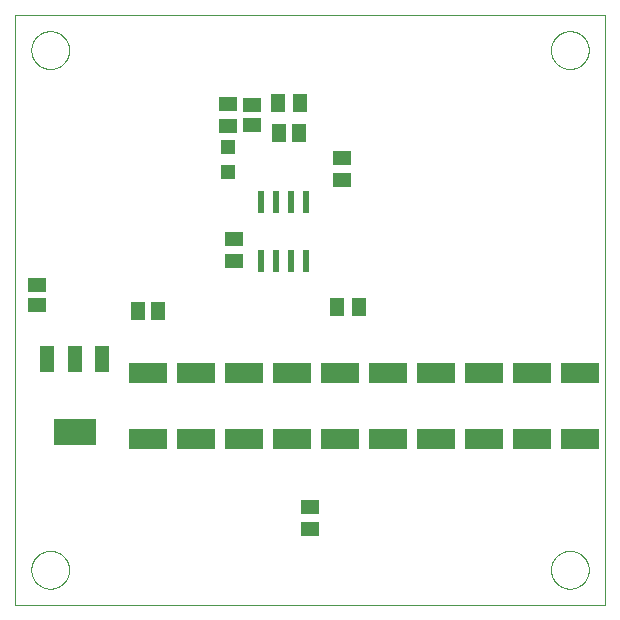
<source format=gtp>
G75*
%MOIN*%
%OFA0B0*%
%FSLAX25Y25*%
%IPPOS*%
%LPD*%
%AMOC8*
5,1,8,0,0,1.08239X$1,22.5*
%
%ADD10C,0.00000*%
%ADD11R,0.05906X0.05118*%
%ADD12R,0.05118X0.05906*%
%ADD13R,0.04724X0.04724*%
%ADD14R,0.12598X0.07087*%
%ADD15R,0.06299X0.05118*%
%ADD16R,0.05118X0.06299*%
%ADD17R,0.02362X0.07795*%
%ADD18R,0.04800X0.08800*%
%ADD19R,0.14173X0.08661*%
D10*
X0002300Y0040837D02*
X0199150Y0040837D01*
X0199150Y0237687D01*
X0002300Y0237687D01*
X0002300Y0040837D01*
X0007812Y0052648D02*
X0007814Y0052806D01*
X0007820Y0052964D01*
X0007830Y0053122D01*
X0007844Y0053280D01*
X0007862Y0053437D01*
X0007883Y0053594D01*
X0007909Y0053750D01*
X0007939Y0053906D01*
X0007972Y0054061D01*
X0008010Y0054214D01*
X0008051Y0054367D01*
X0008096Y0054519D01*
X0008145Y0054670D01*
X0008198Y0054819D01*
X0008254Y0054967D01*
X0008314Y0055113D01*
X0008378Y0055258D01*
X0008446Y0055401D01*
X0008517Y0055543D01*
X0008591Y0055683D01*
X0008669Y0055820D01*
X0008751Y0055956D01*
X0008835Y0056090D01*
X0008924Y0056221D01*
X0009015Y0056350D01*
X0009110Y0056477D01*
X0009207Y0056602D01*
X0009308Y0056724D01*
X0009412Y0056843D01*
X0009519Y0056960D01*
X0009629Y0057074D01*
X0009742Y0057185D01*
X0009857Y0057294D01*
X0009975Y0057399D01*
X0010096Y0057501D01*
X0010219Y0057601D01*
X0010345Y0057697D01*
X0010473Y0057790D01*
X0010603Y0057880D01*
X0010736Y0057966D01*
X0010871Y0058050D01*
X0011007Y0058129D01*
X0011146Y0058206D01*
X0011287Y0058278D01*
X0011429Y0058348D01*
X0011573Y0058413D01*
X0011719Y0058475D01*
X0011866Y0058533D01*
X0012015Y0058588D01*
X0012165Y0058639D01*
X0012316Y0058686D01*
X0012468Y0058729D01*
X0012621Y0058768D01*
X0012776Y0058804D01*
X0012931Y0058835D01*
X0013087Y0058863D01*
X0013243Y0058887D01*
X0013400Y0058907D01*
X0013558Y0058923D01*
X0013715Y0058935D01*
X0013874Y0058943D01*
X0014032Y0058947D01*
X0014190Y0058947D01*
X0014348Y0058943D01*
X0014507Y0058935D01*
X0014664Y0058923D01*
X0014822Y0058907D01*
X0014979Y0058887D01*
X0015135Y0058863D01*
X0015291Y0058835D01*
X0015446Y0058804D01*
X0015601Y0058768D01*
X0015754Y0058729D01*
X0015906Y0058686D01*
X0016057Y0058639D01*
X0016207Y0058588D01*
X0016356Y0058533D01*
X0016503Y0058475D01*
X0016649Y0058413D01*
X0016793Y0058348D01*
X0016935Y0058278D01*
X0017076Y0058206D01*
X0017215Y0058129D01*
X0017351Y0058050D01*
X0017486Y0057966D01*
X0017619Y0057880D01*
X0017749Y0057790D01*
X0017877Y0057697D01*
X0018003Y0057601D01*
X0018126Y0057501D01*
X0018247Y0057399D01*
X0018365Y0057294D01*
X0018480Y0057185D01*
X0018593Y0057074D01*
X0018703Y0056960D01*
X0018810Y0056843D01*
X0018914Y0056724D01*
X0019015Y0056602D01*
X0019112Y0056477D01*
X0019207Y0056350D01*
X0019298Y0056221D01*
X0019387Y0056090D01*
X0019471Y0055956D01*
X0019553Y0055820D01*
X0019631Y0055683D01*
X0019705Y0055543D01*
X0019776Y0055401D01*
X0019844Y0055258D01*
X0019908Y0055113D01*
X0019968Y0054967D01*
X0020024Y0054819D01*
X0020077Y0054670D01*
X0020126Y0054519D01*
X0020171Y0054367D01*
X0020212Y0054214D01*
X0020250Y0054061D01*
X0020283Y0053906D01*
X0020313Y0053750D01*
X0020339Y0053594D01*
X0020360Y0053437D01*
X0020378Y0053280D01*
X0020392Y0053122D01*
X0020402Y0052964D01*
X0020408Y0052806D01*
X0020410Y0052648D01*
X0020408Y0052490D01*
X0020402Y0052332D01*
X0020392Y0052174D01*
X0020378Y0052016D01*
X0020360Y0051859D01*
X0020339Y0051702D01*
X0020313Y0051546D01*
X0020283Y0051390D01*
X0020250Y0051235D01*
X0020212Y0051082D01*
X0020171Y0050929D01*
X0020126Y0050777D01*
X0020077Y0050626D01*
X0020024Y0050477D01*
X0019968Y0050329D01*
X0019908Y0050183D01*
X0019844Y0050038D01*
X0019776Y0049895D01*
X0019705Y0049753D01*
X0019631Y0049613D01*
X0019553Y0049476D01*
X0019471Y0049340D01*
X0019387Y0049206D01*
X0019298Y0049075D01*
X0019207Y0048946D01*
X0019112Y0048819D01*
X0019015Y0048694D01*
X0018914Y0048572D01*
X0018810Y0048453D01*
X0018703Y0048336D01*
X0018593Y0048222D01*
X0018480Y0048111D01*
X0018365Y0048002D01*
X0018247Y0047897D01*
X0018126Y0047795D01*
X0018003Y0047695D01*
X0017877Y0047599D01*
X0017749Y0047506D01*
X0017619Y0047416D01*
X0017486Y0047330D01*
X0017351Y0047246D01*
X0017215Y0047167D01*
X0017076Y0047090D01*
X0016935Y0047018D01*
X0016793Y0046948D01*
X0016649Y0046883D01*
X0016503Y0046821D01*
X0016356Y0046763D01*
X0016207Y0046708D01*
X0016057Y0046657D01*
X0015906Y0046610D01*
X0015754Y0046567D01*
X0015601Y0046528D01*
X0015446Y0046492D01*
X0015291Y0046461D01*
X0015135Y0046433D01*
X0014979Y0046409D01*
X0014822Y0046389D01*
X0014664Y0046373D01*
X0014507Y0046361D01*
X0014348Y0046353D01*
X0014190Y0046349D01*
X0014032Y0046349D01*
X0013874Y0046353D01*
X0013715Y0046361D01*
X0013558Y0046373D01*
X0013400Y0046389D01*
X0013243Y0046409D01*
X0013087Y0046433D01*
X0012931Y0046461D01*
X0012776Y0046492D01*
X0012621Y0046528D01*
X0012468Y0046567D01*
X0012316Y0046610D01*
X0012165Y0046657D01*
X0012015Y0046708D01*
X0011866Y0046763D01*
X0011719Y0046821D01*
X0011573Y0046883D01*
X0011429Y0046948D01*
X0011287Y0047018D01*
X0011146Y0047090D01*
X0011007Y0047167D01*
X0010871Y0047246D01*
X0010736Y0047330D01*
X0010603Y0047416D01*
X0010473Y0047506D01*
X0010345Y0047599D01*
X0010219Y0047695D01*
X0010096Y0047795D01*
X0009975Y0047897D01*
X0009857Y0048002D01*
X0009742Y0048111D01*
X0009629Y0048222D01*
X0009519Y0048336D01*
X0009412Y0048453D01*
X0009308Y0048572D01*
X0009207Y0048694D01*
X0009110Y0048819D01*
X0009015Y0048946D01*
X0008924Y0049075D01*
X0008835Y0049206D01*
X0008751Y0049340D01*
X0008669Y0049476D01*
X0008591Y0049613D01*
X0008517Y0049753D01*
X0008446Y0049895D01*
X0008378Y0050038D01*
X0008314Y0050183D01*
X0008254Y0050329D01*
X0008198Y0050477D01*
X0008145Y0050626D01*
X0008096Y0050777D01*
X0008051Y0050929D01*
X0008010Y0051082D01*
X0007972Y0051235D01*
X0007939Y0051390D01*
X0007909Y0051546D01*
X0007883Y0051702D01*
X0007862Y0051859D01*
X0007844Y0052016D01*
X0007830Y0052174D01*
X0007820Y0052332D01*
X0007814Y0052490D01*
X0007812Y0052648D01*
X0007812Y0225876D02*
X0007814Y0226034D01*
X0007820Y0226192D01*
X0007830Y0226350D01*
X0007844Y0226508D01*
X0007862Y0226665D01*
X0007883Y0226822D01*
X0007909Y0226978D01*
X0007939Y0227134D01*
X0007972Y0227289D01*
X0008010Y0227442D01*
X0008051Y0227595D01*
X0008096Y0227747D01*
X0008145Y0227898D01*
X0008198Y0228047D01*
X0008254Y0228195D01*
X0008314Y0228341D01*
X0008378Y0228486D01*
X0008446Y0228629D01*
X0008517Y0228771D01*
X0008591Y0228911D01*
X0008669Y0229048D01*
X0008751Y0229184D01*
X0008835Y0229318D01*
X0008924Y0229449D01*
X0009015Y0229578D01*
X0009110Y0229705D01*
X0009207Y0229830D01*
X0009308Y0229952D01*
X0009412Y0230071D01*
X0009519Y0230188D01*
X0009629Y0230302D01*
X0009742Y0230413D01*
X0009857Y0230522D01*
X0009975Y0230627D01*
X0010096Y0230729D01*
X0010219Y0230829D01*
X0010345Y0230925D01*
X0010473Y0231018D01*
X0010603Y0231108D01*
X0010736Y0231194D01*
X0010871Y0231278D01*
X0011007Y0231357D01*
X0011146Y0231434D01*
X0011287Y0231506D01*
X0011429Y0231576D01*
X0011573Y0231641D01*
X0011719Y0231703D01*
X0011866Y0231761D01*
X0012015Y0231816D01*
X0012165Y0231867D01*
X0012316Y0231914D01*
X0012468Y0231957D01*
X0012621Y0231996D01*
X0012776Y0232032D01*
X0012931Y0232063D01*
X0013087Y0232091D01*
X0013243Y0232115D01*
X0013400Y0232135D01*
X0013558Y0232151D01*
X0013715Y0232163D01*
X0013874Y0232171D01*
X0014032Y0232175D01*
X0014190Y0232175D01*
X0014348Y0232171D01*
X0014507Y0232163D01*
X0014664Y0232151D01*
X0014822Y0232135D01*
X0014979Y0232115D01*
X0015135Y0232091D01*
X0015291Y0232063D01*
X0015446Y0232032D01*
X0015601Y0231996D01*
X0015754Y0231957D01*
X0015906Y0231914D01*
X0016057Y0231867D01*
X0016207Y0231816D01*
X0016356Y0231761D01*
X0016503Y0231703D01*
X0016649Y0231641D01*
X0016793Y0231576D01*
X0016935Y0231506D01*
X0017076Y0231434D01*
X0017215Y0231357D01*
X0017351Y0231278D01*
X0017486Y0231194D01*
X0017619Y0231108D01*
X0017749Y0231018D01*
X0017877Y0230925D01*
X0018003Y0230829D01*
X0018126Y0230729D01*
X0018247Y0230627D01*
X0018365Y0230522D01*
X0018480Y0230413D01*
X0018593Y0230302D01*
X0018703Y0230188D01*
X0018810Y0230071D01*
X0018914Y0229952D01*
X0019015Y0229830D01*
X0019112Y0229705D01*
X0019207Y0229578D01*
X0019298Y0229449D01*
X0019387Y0229318D01*
X0019471Y0229184D01*
X0019553Y0229048D01*
X0019631Y0228911D01*
X0019705Y0228771D01*
X0019776Y0228629D01*
X0019844Y0228486D01*
X0019908Y0228341D01*
X0019968Y0228195D01*
X0020024Y0228047D01*
X0020077Y0227898D01*
X0020126Y0227747D01*
X0020171Y0227595D01*
X0020212Y0227442D01*
X0020250Y0227289D01*
X0020283Y0227134D01*
X0020313Y0226978D01*
X0020339Y0226822D01*
X0020360Y0226665D01*
X0020378Y0226508D01*
X0020392Y0226350D01*
X0020402Y0226192D01*
X0020408Y0226034D01*
X0020410Y0225876D01*
X0020408Y0225718D01*
X0020402Y0225560D01*
X0020392Y0225402D01*
X0020378Y0225244D01*
X0020360Y0225087D01*
X0020339Y0224930D01*
X0020313Y0224774D01*
X0020283Y0224618D01*
X0020250Y0224463D01*
X0020212Y0224310D01*
X0020171Y0224157D01*
X0020126Y0224005D01*
X0020077Y0223854D01*
X0020024Y0223705D01*
X0019968Y0223557D01*
X0019908Y0223411D01*
X0019844Y0223266D01*
X0019776Y0223123D01*
X0019705Y0222981D01*
X0019631Y0222841D01*
X0019553Y0222704D01*
X0019471Y0222568D01*
X0019387Y0222434D01*
X0019298Y0222303D01*
X0019207Y0222174D01*
X0019112Y0222047D01*
X0019015Y0221922D01*
X0018914Y0221800D01*
X0018810Y0221681D01*
X0018703Y0221564D01*
X0018593Y0221450D01*
X0018480Y0221339D01*
X0018365Y0221230D01*
X0018247Y0221125D01*
X0018126Y0221023D01*
X0018003Y0220923D01*
X0017877Y0220827D01*
X0017749Y0220734D01*
X0017619Y0220644D01*
X0017486Y0220558D01*
X0017351Y0220474D01*
X0017215Y0220395D01*
X0017076Y0220318D01*
X0016935Y0220246D01*
X0016793Y0220176D01*
X0016649Y0220111D01*
X0016503Y0220049D01*
X0016356Y0219991D01*
X0016207Y0219936D01*
X0016057Y0219885D01*
X0015906Y0219838D01*
X0015754Y0219795D01*
X0015601Y0219756D01*
X0015446Y0219720D01*
X0015291Y0219689D01*
X0015135Y0219661D01*
X0014979Y0219637D01*
X0014822Y0219617D01*
X0014664Y0219601D01*
X0014507Y0219589D01*
X0014348Y0219581D01*
X0014190Y0219577D01*
X0014032Y0219577D01*
X0013874Y0219581D01*
X0013715Y0219589D01*
X0013558Y0219601D01*
X0013400Y0219617D01*
X0013243Y0219637D01*
X0013087Y0219661D01*
X0012931Y0219689D01*
X0012776Y0219720D01*
X0012621Y0219756D01*
X0012468Y0219795D01*
X0012316Y0219838D01*
X0012165Y0219885D01*
X0012015Y0219936D01*
X0011866Y0219991D01*
X0011719Y0220049D01*
X0011573Y0220111D01*
X0011429Y0220176D01*
X0011287Y0220246D01*
X0011146Y0220318D01*
X0011007Y0220395D01*
X0010871Y0220474D01*
X0010736Y0220558D01*
X0010603Y0220644D01*
X0010473Y0220734D01*
X0010345Y0220827D01*
X0010219Y0220923D01*
X0010096Y0221023D01*
X0009975Y0221125D01*
X0009857Y0221230D01*
X0009742Y0221339D01*
X0009629Y0221450D01*
X0009519Y0221564D01*
X0009412Y0221681D01*
X0009308Y0221800D01*
X0009207Y0221922D01*
X0009110Y0222047D01*
X0009015Y0222174D01*
X0008924Y0222303D01*
X0008835Y0222434D01*
X0008751Y0222568D01*
X0008669Y0222704D01*
X0008591Y0222841D01*
X0008517Y0222981D01*
X0008446Y0223123D01*
X0008378Y0223266D01*
X0008314Y0223411D01*
X0008254Y0223557D01*
X0008198Y0223705D01*
X0008145Y0223854D01*
X0008096Y0224005D01*
X0008051Y0224157D01*
X0008010Y0224310D01*
X0007972Y0224463D01*
X0007939Y0224618D01*
X0007909Y0224774D01*
X0007883Y0224930D01*
X0007862Y0225087D01*
X0007844Y0225244D01*
X0007830Y0225402D01*
X0007820Y0225560D01*
X0007814Y0225718D01*
X0007812Y0225876D01*
X0181040Y0225876D02*
X0181042Y0226034D01*
X0181048Y0226192D01*
X0181058Y0226350D01*
X0181072Y0226508D01*
X0181090Y0226665D01*
X0181111Y0226822D01*
X0181137Y0226978D01*
X0181167Y0227134D01*
X0181200Y0227289D01*
X0181238Y0227442D01*
X0181279Y0227595D01*
X0181324Y0227747D01*
X0181373Y0227898D01*
X0181426Y0228047D01*
X0181482Y0228195D01*
X0181542Y0228341D01*
X0181606Y0228486D01*
X0181674Y0228629D01*
X0181745Y0228771D01*
X0181819Y0228911D01*
X0181897Y0229048D01*
X0181979Y0229184D01*
X0182063Y0229318D01*
X0182152Y0229449D01*
X0182243Y0229578D01*
X0182338Y0229705D01*
X0182435Y0229830D01*
X0182536Y0229952D01*
X0182640Y0230071D01*
X0182747Y0230188D01*
X0182857Y0230302D01*
X0182970Y0230413D01*
X0183085Y0230522D01*
X0183203Y0230627D01*
X0183324Y0230729D01*
X0183447Y0230829D01*
X0183573Y0230925D01*
X0183701Y0231018D01*
X0183831Y0231108D01*
X0183964Y0231194D01*
X0184099Y0231278D01*
X0184235Y0231357D01*
X0184374Y0231434D01*
X0184515Y0231506D01*
X0184657Y0231576D01*
X0184801Y0231641D01*
X0184947Y0231703D01*
X0185094Y0231761D01*
X0185243Y0231816D01*
X0185393Y0231867D01*
X0185544Y0231914D01*
X0185696Y0231957D01*
X0185849Y0231996D01*
X0186004Y0232032D01*
X0186159Y0232063D01*
X0186315Y0232091D01*
X0186471Y0232115D01*
X0186628Y0232135D01*
X0186786Y0232151D01*
X0186943Y0232163D01*
X0187102Y0232171D01*
X0187260Y0232175D01*
X0187418Y0232175D01*
X0187576Y0232171D01*
X0187735Y0232163D01*
X0187892Y0232151D01*
X0188050Y0232135D01*
X0188207Y0232115D01*
X0188363Y0232091D01*
X0188519Y0232063D01*
X0188674Y0232032D01*
X0188829Y0231996D01*
X0188982Y0231957D01*
X0189134Y0231914D01*
X0189285Y0231867D01*
X0189435Y0231816D01*
X0189584Y0231761D01*
X0189731Y0231703D01*
X0189877Y0231641D01*
X0190021Y0231576D01*
X0190163Y0231506D01*
X0190304Y0231434D01*
X0190443Y0231357D01*
X0190579Y0231278D01*
X0190714Y0231194D01*
X0190847Y0231108D01*
X0190977Y0231018D01*
X0191105Y0230925D01*
X0191231Y0230829D01*
X0191354Y0230729D01*
X0191475Y0230627D01*
X0191593Y0230522D01*
X0191708Y0230413D01*
X0191821Y0230302D01*
X0191931Y0230188D01*
X0192038Y0230071D01*
X0192142Y0229952D01*
X0192243Y0229830D01*
X0192340Y0229705D01*
X0192435Y0229578D01*
X0192526Y0229449D01*
X0192615Y0229318D01*
X0192699Y0229184D01*
X0192781Y0229048D01*
X0192859Y0228911D01*
X0192933Y0228771D01*
X0193004Y0228629D01*
X0193072Y0228486D01*
X0193136Y0228341D01*
X0193196Y0228195D01*
X0193252Y0228047D01*
X0193305Y0227898D01*
X0193354Y0227747D01*
X0193399Y0227595D01*
X0193440Y0227442D01*
X0193478Y0227289D01*
X0193511Y0227134D01*
X0193541Y0226978D01*
X0193567Y0226822D01*
X0193588Y0226665D01*
X0193606Y0226508D01*
X0193620Y0226350D01*
X0193630Y0226192D01*
X0193636Y0226034D01*
X0193638Y0225876D01*
X0193636Y0225718D01*
X0193630Y0225560D01*
X0193620Y0225402D01*
X0193606Y0225244D01*
X0193588Y0225087D01*
X0193567Y0224930D01*
X0193541Y0224774D01*
X0193511Y0224618D01*
X0193478Y0224463D01*
X0193440Y0224310D01*
X0193399Y0224157D01*
X0193354Y0224005D01*
X0193305Y0223854D01*
X0193252Y0223705D01*
X0193196Y0223557D01*
X0193136Y0223411D01*
X0193072Y0223266D01*
X0193004Y0223123D01*
X0192933Y0222981D01*
X0192859Y0222841D01*
X0192781Y0222704D01*
X0192699Y0222568D01*
X0192615Y0222434D01*
X0192526Y0222303D01*
X0192435Y0222174D01*
X0192340Y0222047D01*
X0192243Y0221922D01*
X0192142Y0221800D01*
X0192038Y0221681D01*
X0191931Y0221564D01*
X0191821Y0221450D01*
X0191708Y0221339D01*
X0191593Y0221230D01*
X0191475Y0221125D01*
X0191354Y0221023D01*
X0191231Y0220923D01*
X0191105Y0220827D01*
X0190977Y0220734D01*
X0190847Y0220644D01*
X0190714Y0220558D01*
X0190579Y0220474D01*
X0190443Y0220395D01*
X0190304Y0220318D01*
X0190163Y0220246D01*
X0190021Y0220176D01*
X0189877Y0220111D01*
X0189731Y0220049D01*
X0189584Y0219991D01*
X0189435Y0219936D01*
X0189285Y0219885D01*
X0189134Y0219838D01*
X0188982Y0219795D01*
X0188829Y0219756D01*
X0188674Y0219720D01*
X0188519Y0219689D01*
X0188363Y0219661D01*
X0188207Y0219637D01*
X0188050Y0219617D01*
X0187892Y0219601D01*
X0187735Y0219589D01*
X0187576Y0219581D01*
X0187418Y0219577D01*
X0187260Y0219577D01*
X0187102Y0219581D01*
X0186943Y0219589D01*
X0186786Y0219601D01*
X0186628Y0219617D01*
X0186471Y0219637D01*
X0186315Y0219661D01*
X0186159Y0219689D01*
X0186004Y0219720D01*
X0185849Y0219756D01*
X0185696Y0219795D01*
X0185544Y0219838D01*
X0185393Y0219885D01*
X0185243Y0219936D01*
X0185094Y0219991D01*
X0184947Y0220049D01*
X0184801Y0220111D01*
X0184657Y0220176D01*
X0184515Y0220246D01*
X0184374Y0220318D01*
X0184235Y0220395D01*
X0184099Y0220474D01*
X0183964Y0220558D01*
X0183831Y0220644D01*
X0183701Y0220734D01*
X0183573Y0220827D01*
X0183447Y0220923D01*
X0183324Y0221023D01*
X0183203Y0221125D01*
X0183085Y0221230D01*
X0182970Y0221339D01*
X0182857Y0221450D01*
X0182747Y0221564D01*
X0182640Y0221681D01*
X0182536Y0221800D01*
X0182435Y0221922D01*
X0182338Y0222047D01*
X0182243Y0222174D01*
X0182152Y0222303D01*
X0182063Y0222434D01*
X0181979Y0222568D01*
X0181897Y0222704D01*
X0181819Y0222841D01*
X0181745Y0222981D01*
X0181674Y0223123D01*
X0181606Y0223266D01*
X0181542Y0223411D01*
X0181482Y0223557D01*
X0181426Y0223705D01*
X0181373Y0223854D01*
X0181324Y0224005D01*
X0181279Y0224157D01*
X0181238Y0224310D01*
X0181200Y0224463D01*
X0181167Y0224618D01*
X0181137Y0224774D01*
X0181111Y0224930D01*
X0181090Y0225087D01*
X0181072Y0225244D01*
X0181058Y0225402D01*
X0181048Y0225560D01*
X0181042Y0225718D01*
X0181040Y0225876D01*
X0181040Y0052648D02*
X0181042Y0052806D01*
X0181048Y0052964D01*
X0181058Y0053122D01*
X0181072Y0053280D01*
X0181090Y0053437D01*
X0181111Y0053594D01*
X0181137Y0053750D01*
X0181167Y0053906D01*
X0181200Y0054061D01*
X0181238Y0054214D01*
X0181279Y0054367D01*
X0181324Y0054519D01*
X0181373Y0054670D01*
X0181426Y0054819D01*
X0181482Y0054967D01*
X0181542Y0055113D01*
X0181606Y0055258D01*
X0181674Y0055401D01*
X0181745Y0055543D01*
X0181819Y0055683D01*
X0181897Y0055820D01*
X0181979Y0055956D01*
X0182063Y0056090D01*
X0182152Y0056221D01*
X0182243Y0056350D01*
X0182338Y0056477D01*
X0182435Y0056602D01*
X0182536Y0056724D01*
X0182640Y0056843D01*
X0182747Y0056960D01*
X0182857Y0057074D01*
X0182970Y0057185D01*
X0183085Y0057294D01*
X0183203Y0057399D01*
X0183324Y0057501D01*
X0183447Y0057601D01*
X0183573Y0057697D01*
X0183701Y0057790D01*
X0183831Y0057880D01*
X0183964Y0057966D01*
X0184099Y0058050D01*
X0184235Y0058129D01*
X0184374Y0058206D01*
X0184515Y0058278D01*
X0184657Y0058348D01*
X0184801Y0058413D01*
X0184947Y0058475D01*
X0185094Y0058533D01*
X0185243Y0058588D01*
X0185393Y0058639D01*
X0185544Y0058686D01*
X0185696Y0058729D01*
X0185849Y0058768D01*
X0186004Y0058804D01*
X0186159Y0058835D01*
X0186315Y0058863D01*
X0186471Y0058887D01*
X0186628Y0058907D01*
X0186786Y0058923D01*
X0186943Y0058935D01*
X0187102Y0058943D01*
X0187260Y0058947D01*
X0187418Y0058947D01*
X0187576Y0058943D01*
X0187735Y0058935D01*
X0187892Y0058923D01*
X0188050Y0058907D01*
X0188207Y0058887D01*
X0188363Y0058863D01*
X0188519Y0058835D01*
X0188674Y0058804D01*
X0188829Y0058768D01*
X0188982Y0058729D01*
X0189134Y0058686D01*
X0189285Y0058639D01*
X0189435Y0058588D01*
X0189584Y0058533D01*
X0189731Y0058475D01*
X0189877Y0058413D01*
X0190021Y0058348D01*
X0190163Y0058278D01*
X0190304Y0058206D01*
X0190443Y0058129D01*
X0190579Y0058050D01*
X0190714Y0057966D01*
X0190847Y0057880D01*
X0190977Y0057790D01*
X0191105Y0057697D01*
X0191231Y0057601D01*
X0191354Y0057501D01*
X0191475Y0057399D01*
X0191593Y0057294D01*
X0191708Y0057185D01*
X0191821Y0057074D01*
X0191931Y0056960D01*
X0192038Y0056843D01*
X0192142Y0056724D01*
X0192243Y0056602D01*
X0192340Y0056477D01*
X0192435Y0056350D01*
X0192526Y0056221D01*
X0192615Y0056090D01*
X0192699Y0055956D01*
X0192781Y0055820D01*
X0192859Y0055683D01*
X0192933Y0055543D01*
X0193004Y0055401D01*
X0193072Y0055258D01*
X0193136Y0055113D01*
X0193196Y0054967D01*
X0193252Y0054819D01*
X0193305Y0054670D01*
X0193354Y0054519D01*
X0193399Y0054367D01*
X0193440Y0054214D01*
X0193478Y0054061D01*
X0193511Y0053906D01*
X0193541Y0053750D01*
X0193567Y0053594D01*
X0193588Y0053437D01*
X0193606Y0053280D01*
X0193620Y0053122D01*
X0193630Y0052964D01*
X0193636Y0052806D01*
X0193638Y0052648D01*
X0193636Y0052490D01*
X0193630Y0052332D01*
X0193620Y0052174D01*
X0193606Y0052016D01*
X0193588Y0051859D01*
X0193567Y0051702D01*
X0193541Y0051546D01*
X0193511Y0051390D01*
X0193478Y0051235D01*
X0193440Y0051082D01*
X0193399Y0050929D01*
X0193354Y0050777D01*
X0193305Y0050626D01*
X0193252Y0050477D01*
X0193196Y0050329D01*
X0193136Y0050183D01*
X0193072Y0050038D01*
X0193004Y0049895D01*
X0192933Y0049753D01*
X0192859Y0049613D01*
X0192781Y0049476D01*
X0192699Y0049340D01*
X0192615Y0049206D01*
X0192526Y0049075D01*
X0192435Y0048946D01*
X0192340Y0048819D01*
X0192243Y0048694D01*
X0192142Y0048572D01*
X0192038Y0048453D01*
X0191931Y0048336D01*
X0191821Y0048222D01*
X0191708Y0048111D01*
X0191593Y0048002D01*
X0191475Y0047897D01*
X0191354Y0047795D01*
X0191231Y0047695D01*
X0191105Y0047599D01*
X0190977Y0047506D01*
X0190847Y0047416D01*
X0190714Y0047330D01*
X0190579Y0047246D01*
X0190443Y0047167D01*
X0190304Y0047090D01*
X0190163Y0047018D01*
X0190021Y0046948D01*
X0189877Y0046883D01*
X0189731Y0046821D01*
X0189584Y0046763D01*
X0189435Y0046708D01*
X0189285Y0046657D01*
X0189134Y0046610D01*
X0188982Y0046567D01*
X0188829Y0046528D01*
X0188674Y0046492D01*
X0188519Y0046461D01*
X0188363Y0046433D01*
X0188207Y0046409D01*
X0188050Y0046389D01*
X0187892Y0046373D01*
X0187735Y0046361D01*
X0187576Y0046353D01*
X0187418Y0046349D01*
X0187260Y0046349D01*
X0187102Y0046353D01*
X0186943Y0046361D01*
X0186786Y0046373D01*
X0186628Y0046389D01*
X0186471Y0046409D01*
X0186315Y0046433D01*
X0186159Y0046461D01*
X0186004Y0046492D01*
X0185849Y0046528D01*
X0185696Y0046567D01*
X0185544Y0046610D01*
X0185393Y0046657D01*
X0185243Y0046708D01*
X0185094Y0046763D01*
X0184947Y0046821D01*
X0184801Y0046883D01*
X0184657Y0046948D01*
X0184515Y0047018D01*
X0184374Y0047090D01*
X0184235Y0047167D01*
X0184099Y0047246D01*
X0183964Y0047330D01*
X0183831Y0047416D01*
X0183701Y0047506D01*
X0183573Y0047599D01*
X0183447Y0047695D01*
X0183324Y0047795D01*
X0183203Y0047897D01*
X0183085Y0048002D01*
X0182970Y0048111D01*
X0182857Y0048222D01*
X0182747Y0048336D01*
X0182640Y0048453D01*
X0182536Y0048572D01*
X0182435Y0048694D01*
X0182338Y0048819D01*
X0182243Y0048946D01*
X0182152Y0049075D01*
X0182063Y0049206D01*
X0181979Y0049340D01*
X0181897Y0049476D01*
X0181819Y0049613D01*
X0181745Y0049753D01*
X0181674Y0049895D01*
X0181606Y0050038D01*
X0181542Y0050183D01*
X0181482Y0050329D01*
X0181426Y0050477D01*
X0181373Y0050626D01*
X0181324Y0050777D01*
X0181279Y0050929D01*
X0181238Y0051082D01*
X0181200Y0051235D01*
X0181167Y0051390D01*
X0181137Y0051546D01*
X0181111Y0051702D01*
X0181090Y0051859D01*
X0181072Y0052016D01*
X0181058Y0052174D01*
X0181048Y0052332D01*
X0181042Y0052490D01*
X0181040Y0052648D01*
D11*
X0081300Y0200991D03*
X0081300Y0207683D03*
X0009800Y0147683D03*
X0009800Y0140991D03*
D12*
X0043454Y0138837D03*
X0050146Y0138837D03*
X0090454Y0198337D03*
X0097146Y0198337D03*
D13*
X0073300Y0193471D03*
X0073300Y0185203D03*
D14*
X0078800Y0118361D03*
X0062800Y0118361D03*
X0046800Y0118361D03*
X0046800Y0096313D03*
X0062800Y0096313D03*
X0078800Y0096313D03*
X0094800Y0096313D03*
X0110800Y0096313D03*
X0126800Y0096313D03*
X0142800Y0096313D03*
X0158800Y0096313D03*
X0174800Y0096313D03*
X0190800Y0096313D03*
X0190800Y0118361D03*
X0174800Y0118361D03*
X0158800Y0118361D03*
X0142800Y0118361D03*
X0126800Y0118361D03*
X0110800Y0118361D03*
X0094800Y0118361D03*
D15*
X0075300Y0155597D03*
X0075300Y0163077D03*
X0073300Y0200597D03*
X0073300Y0208077D03*
X0111300Y0190077D03*
X0111300Y0182597D03*
X0100800Y0073577D03*
X0100800Y0066097D03*
D16*
X0109560Y0140337D03*
X0117040Y0140337D03*
X0097540Y0208337D03*
X0090060Y0208337D03*
D17*
X0089300Y0175081D03*
X0094300Y0175081D03*
X0099300Y0175081D03*
X0084300Y0175081D03*
X0084300Y0155593D03*
X0089300Y0155593D03*
X0094300Y0155593D03*
X0099300Y0155593D03*
D18*
X0031400Y0123037D03*
X0022300Y0123037D03*
X0013200Y0123037D03*
D19*
X0022300Y0098636D03*
M02*

</source>
